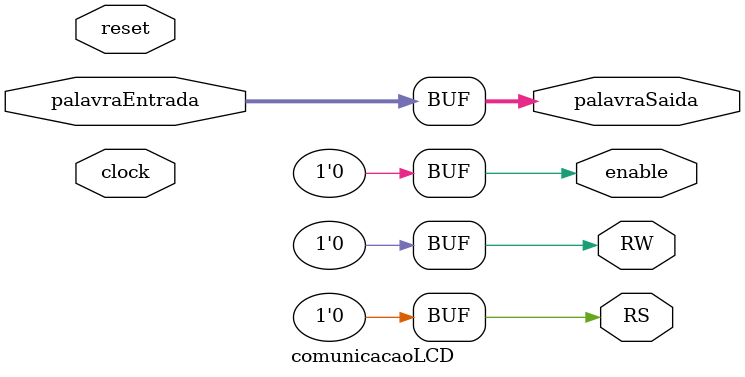
<source format=v>

module comunicacaoLCD(clock, palavraEntrada, reset, RS, RW, enable, palavraSaida );

	input clock;
	input [7:0] palavraEntrada;
	input reset;
	output RS;
	output RW;
	output [7:0] palavraSaida;
	output enable;

	reg RS;
	reg RW;
	reg [7:0] palavraSaida;
	reg enable;

	initial begin 
		 enable = 0; //pulso de clock que muda para 
		 RW =0; //Esta em modo escrita
		 RS = 0; //Esta em modo de instrução
		 palavraSaida = 8'b00000000;
	end

	
	always @(palavraEntrada) begin //mudou palavra de entrada. Quem sabe se subiu ou desceu o menu e qual a palavra enviada é o código C
	
		RS = 1; //Sair do modo instrução e vai para o modo de dados
		palavraSaida = palavraEntrada; //Coloca a palavra na saida
		
		enable = 1; //ativa o enable

		RS = 0; //Volta para modo instrução
		enable = 0; // Desativa enable

	
	end
	

	
	
	
	/*always @(reset)begin //Apagar todos caracteres do lcd
	
		if(reset == 1)begin
			RS = 0;
			enable = 0;
			RW = 0;
			palavraSaida = 8'b00000001;
		end
	
	
	end*/
	
	
	

	
	
endmodule

</source>
